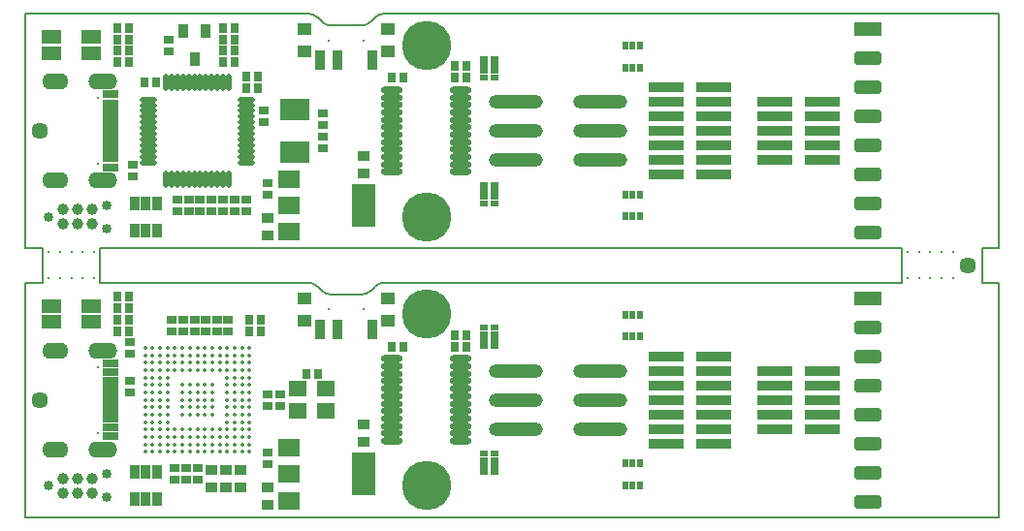
<source format=gts>
G04*
G04 #@! TF.GenerationSoftware,Altium Limited,Altium Designer,20.0.7 (75)*
G04*
G04 Layer_Color=8388736*
%FSLAX44Y44*%
%MOMM*%
G71*
G01*
G75*
%ADD14C,0.2032*%
%ADD47R,1.4532X0.8032*%
%ADD48R,1.4532X0.5032*%
%ADD49O,1.4732X0.4832*%
%ADD50O,0.4832X1.4732*%
%ADD51R,0.7112X0.8128*%
%ADD52R,0.8128X0.7112*%
%ADD53R,0.7032X0.5232*%
%ADD54R,0.7032X0.6032*%
%ADD55R,2.6032X1.9032*%
%ADD56R,0.9032X1.2032*%
%ADD57R,1.0922X0.8382*%
%ADD58O,4.7032X1.2032*%
%ADD59R,3.1016X0.9016*%
G04:AMPARAMS|DCode=60|XSize=2.4016mm|YSize=1.2016mm|CornerRadius=0.3258mm|HoleSize=0mm|Usage=FLASHONLY|Rotation=0.000|XOffset=0mm|YOffset=0mm|HoleType=Round|Shape=RoundedRectangle|*
%AMROUNDEDRECTD60*
21,1,2.4016,0.5500,0,0,0.0*
21,1,1.7500,1.2016,0,0,0.0*
1,1,0.6516,0.8750,-0.2750*
1,1,0.6516,-0.8750,-0.2750*
1,1,0.6516,-0.8750,0.2750*
1,1,0.6516,0.8750,0.2750*
%
%ADD60ROUNDEDRECTD60*%
%ADD61R,2.4016X1.2016*%
%ADD62C,1.0032*%
%ADD63R,0.6032X0.8032*%
%ADD64R,1.9032X1.6032*%
%ADD65R,2.0032X3.7032*%
%ADD66O,1.9032X0.6032*%
%ADD67R,1.2032X1.0032*%
%ADD68R,0.9032X1.7032*%
%ADD69R,1.7032X1.2032*%
%ADD70R,1.6032X1.4032*%
%ADD71C,0.3500*%
%ADD72C,1.4480*%
%ADD73C,0.2032*%
%ADD74O,2.3032X1.4032*%
%ADD75O,2.5032X1.4032*%
%ADD76C,0.8500*%
%ADD77C,4.3032*%
D14*
X-166535Y-21964D02*
G03*
X-158000Y-25500I8536J8536D01*
G01*
X-169965Y-18535D02*
G03*
X-178500Y-15000I-8536J-8536D01*
G01*
X-169965Y-18536D02*
G03*
X-169965Y-18535I0J0D01*
G01*
X-169964Y-18536D02*
G03*
X-169964Y-18536I0J0D01*
G01*
X-166535Y-21965D02*
G03*
X-166536Y-21964I0J0D01*
G01*
X-111500Y-15000D02*
G03*
X-120035Y-18535I0J-12071D01*
G01*
X-132000Y-25500D02*
G03*
X-123464Y-21964I0J12071D01*
G01*
X-132000Y209500D02*
G03*
X-123464Y213036I0J12071D01*
G01*
X-111500Y220000D02*
G03*
X-120035Y216465I0J-12071D01*
G01*
X-166535Y213035D02*
G03*
X-166536Y213036I0J0D01*
G01*
X-169964Y216464D02*
G03*
X-169964Y216464I0J0D01*
G01*
X-169965Y216464D02*
G03*
X-169965Y216465I0J0D01*
G01*
X-169965D02*
G03*
X-178500Y220000I-8536J-8536D01*
G01*
X-166535Y213036D02*
G03*
X-158000Y209500I8536J8536D01*
G01*
X425000Y15000D02*
Y220000D01*
X410000Y15000D02*
X425000D01*
X410000Y-15000D02*
X425000D01*
X410000D02*
Y15000D01*
X-111500Y-15000D02*
X340000D01*
X-425000Y-220000D02*
Y-15000D01*
X-360000D02*
X-178500D01*
X-169964Y-18536D02*
X-166536Y-21964D01*
X-123464D02*
X-120036Y-18536D01*
X-145000Y-25500D02*
X-132000D01*
X-158000D02*
X-145000D01*
X-111500Y220000D02*
X425000Y220000D01*
X-425000Y-15000D02*
X-410000D01*
X-360000Y15000D02*
X340000D01*
X-425000D02*
X-410000D01*
X340000Y-15000D02*
Y15000D01*
X-360000Y-15000D02*
Y15000D01*
X-410000Y-15000D02*
X-410000Y15000D01*
X-158000Y209500D02*
X-145000D01*
X-132000D01*
X-425000Y220000D02*
X-178500D01*
X-123464Y213036D02*
X-120036Y216464D01*
X-169964D02*
X-166536Y213036D01*
X-425000Y15000D02*
Y220000D01*
X425000Y-220000D02*
Y-15000D01*
X-425000Y-220000D02*
X425000D01*
D47*
X-350500Y85500D02*
D03*
Y93500D02*
D03*
Y141500D02*
D03*
Y149500D02*
D03*
Y-85500D02*
D03*
Y-93500D02*
D03*
Y-141500D02*
D03*
Y-149500D02*
D03*
D48*
Y100000D02*
D03*
Y105000D02*
D03*
Y110000D02*
D03*
Y115000D02*
D03*
Y120000D02*
D03*
Y125000D02*
D03*
Y130000D02*
D03*
Y135000D02*
D03*
Y-100000D02*
D03*
Y-105000D02*
D03*
Y-110000D02*
D03*
Y-115000D02*
D03*
Y-120000D02*
D03*
Y-125000D02*
D03*
Y-130000D02*
D03*
Y-135000D02*
D03*
D49*
X-232500Y95000D02*
D03*
Y100000D02*
D03*
Y105000D02*
D03*
Y110000D02*
D03*
Y115000D02*
D03*
Y120000D02*
D03*
Y125000D02*
D03*
Y130000D02*
D03*
Y135000D02*
D03*
Y140000D02*
D03*
Y145000D02*
D03*
X-317500Y90000D02*
D03*
Y95000D02*
D03*
Y100000D02*
D03*
Y105000D02*
D03*
Y110000D02*
D03*
Y115000D02*
D03*
Y120000D02*
D03*
Y125000D02*
D03*
Y130000D02*
D03*
Y135000D02*
D03*
Y140000D02*
D03*
Y145000D02*
D03*
X-232500Y90000D02*
D03*
D50*
X-247500Y75000D02*
D03*
Y160000D02*
D03*
X-252500Y75000D02*
D03*
X-257500D02*
D03*
X-262500D02*
D03*
X-267500D02*
D03*
X-272500D02*
D03*
X-277500D02*
D03*
X-282500D02*
D03*
X-287500D02*
D03*
X-292500D02*
D03*
X-297500D02*
D03*
X-302500D02*
D03*
X-252500Y160000D02*
D03*
X-257500D02*
D03*
X-262500D02*
D03*
X-267500D02*
D03*
X-272500D02*
D03*
X-277500D02*
D03*
X-282500D02*
D03*
X-287500D02*
D03*
X-292500D02*
D03*
X-297500D02*
D03*
X-302500D02*
D03*
D51*
X-345080Y207500D02*
D03*
X-334920D02*
D03*
X-345080Y197500D02*
D03*
X-334920D02*
D03*
X-252580Y177500D02*
D03*
X-242420D02*
D03*
X-345080D02*
D03*
X-334920D02*
D03*
X-345080Y187500D02*
D03*
X-334920D02*
D03*
X-252579Y197500D02*
D03*
X-242419D02*
D03*
Y187500D02*
D03*
X-252579D02*
D03*
X-242419Y207500D02*
D03*
X-252579D02*
D03*
X-50080Y174000D02*
D03*
X-39920D02*
D03*
X-232580Y155000D02*
D03*
X-222420D02*
D03*
Y165000D02*
D03*
X-232580D02*
D03*
X-311296Y160172D02*
D03*
X-321456D02*
D03*
X-50080Y164000D02*
D03*
X-39920D02*
D03*
X-105080D02*
D03*
X-94920D02*
D03*
X-345080Y-47500D02*
D03*
X-334920D02*
D03*
X-345080Y-57500D02*
D03*
X-334920D02*
D03*
X-345080Y-37500D02*
D03*
X-334920D02*
D03*
X-345080Y-27500D02*
D03*
X-334920D02*
D03*
X-39920Y-61000D02*
D03*
X-50080D02*
D03*
X-39920Y-71000D02*
D03*
X-50080D02*
D03*
X-94920D02*
D03*
X-105080D02*
D03*
X-230080Y-47500D02*
D03*
X-219920D02*
D03*
Y-57500D02*
D03*
X-230080D02*
D03*
X-180080Y-95000D02*
D03*
X-169920D02*
D03*
D52*
X-232500Y57580D02*
D03*
Y47420D02*
D03*
X-242500Y57580D02*
D03*
Y47420D02*
D03*
X-262500Y57580D02*
D03*
Y47420D02*
D03*
X-300000Y197580D02*
D03*
Y187420D02*
D03*
X-282500Y47420D02*
D03*
Y57580D02*
D03*
X-213760Y61620D02*
D03*
Y71780D02*
D03*
X-165000Y122420D02*
D03*
Y132580D02*
D03*
Y112580D02*
D03*
Y102420D02*
D03*
X-272500Y57580D02*
D03*
Y47420D02*
D03*
X-292500D02*
D03*
Y57580D02*
D03*
X-217316Y135280D02*
D03*
Y125120D02*
D03*
X-252500Y57580D02*
D03*
Y47420D02*
D03*
X-331108Y77876D02*
D03*
Y88036D02*
D03*
X-213760Y-173380D02*
D03*
Y-163220D02*
D03*
X-295000Y-177420D02*
D03*
Y-187580D02*
D03*
X-248050Y-47650D02*
D03*
Y-57810D02*
D03*
X-202500Y-112420D02*
D03*
Y-122580D02*
D03*
X-213760Y-112420D02*
D03*
Y-122580D02*
D03*
X-333920Y-100670D02*
D03*
Y-110830D02*
D03*
X-257500Y-47420D02*
D03*
Y-57580D02*
D03*
X-285000Y-187580D02*
D03*
Y-177420D02*
D03*
X-267500Y-47420D02*
D03*
Y-57580D02*
D03*
X-277500Y-47420D02*
D03*
Y-57580D02*
D03*
X-287500Y-47420D02*
D03*
Y-57580D02*
D03*
X-297500Y-47420D02*
D03*
Y-57580D02*
D03*
X-333920Y-76830D02*
D03*
Y-66670D02*
D03*
X-275000Y-187580D02*
D03*
Y-177420D02*
D03*
D53*
X-15500Y60000D02*
D03*
Y65000D02*
D03*
X-24500D02*
D03*
Y60000D02*
D03*
X-15500Y170000D02*
D03*
Y175000D02*
D03*
X-24500D02*
D03*
Y170000D02*
D03*
X-15500Y-65000D02*
D03*
Y-60000D02*
D03*
X-24500D02*
D03*
Y-65000D02*
D03*
X-15500Y-175000D02*
D03*
Y-170000D02*
D03*
X-24500D02*
D03*
Y-175000D02*
D03*
D54*
Y70498D02*
D03*
X-15500D02*
D03*
X-24500Y54500D02*
D03*
X-15500D02*
D03*
X-24500Y180499D02*
D03*
X-15500D02*
D03*
X-24500Y164500D02*
D03*
X-15500D02*
D03*
X-24500Y-54502D02*
D03*
X-15500D02*
D03*
X-24500Y-70500D02*
D03*
X-15500D02*
D03*
X-24500Y-164501D02*
D03*
X-15500D02*
D03*
X-24500Y-180500D02*
D03*
X-15500D02*
D03*
D55*
X-190000Y99000D02*
D03*
Y136000D02*
D03*
D56*
X-277500Y180500D02*
D03*
X-268000Y204500D02*
D03*
X-287000D02*
D03*
X-320000Y54500D02*
D03*
X-329500Y30500D02*
D03*
X-320000D02*
D03*
X-310500D02*
D03*
Y54500D02*
D03*
X-329500D02*
D03*
Y-180500D02*
D03*
X-310500D02*
D03*
Y-204500D02*
D03*
X-320000D02*
D03*
X-329500D02*
D03*
X-320000Y-180500D02*
D03*
D57*
X-129940Y95910D02*
D03*
Y80670D02*
D03*
X-213760Y41300D02*
D03*
Y26060D02*
D03*
Y-193700D02*
D03*
Y-208940D02*
D03*
X-129940Y-139090D02*
D03*
Y-154330D02*
D03*
X-237500Y-178380D02*
D03*
Y-193620D02*
D03*
X-250000Y-178380D02*
D03*
Y-193620D02*
D03*
X-262500Y-178380D02*
D03*
Y-193620D02*
D03*
D58*
X3170Y92100D02*
D03*
Y117500D02*
D03*
Y142900D02*
D03*
X76830D02*
D03*
Y117500D02*
D03*
Y92100D02*
D03*
Y-142900D02*
D03*
Y-117500D02*
D03*
Y-92100D02*
D03*
X3170D02*
D03*
Y-117500D02*
D03*
Y-142900D02*
D03*
D59*
X229000Y142900D02*
D03*
X271000D02*
D03*
X229000Y130200D02*
D03*
X271000D02*
D03*
X229000Y117500D02*
D03*
X271000D02*
D03*
X229000Y104800D02*
D03*
X271000D02*
D03*
X229000Y92100D02*
D03*
X271000D02*
D03*
X176000Y79400D02*
D03*
X134000D02*
D03*
X176000Y92100D02*
D03*
X134000D02*
D03*
X176000Y104800D02*
D03*
X134000D02*
D03*
X176000Y117500D02*
D03*
X134000D02*
D03*
X176000Y130200D02*
D03*
X134000D02*
D03*
Y155600D02*
D03*
X176000D02*
D03*
X134000Y142900D02*
D03*
X176000D02*
D03*
X271000Y-142900D02*
D03*
X229000D02*
D03*
X271000Y-130200D02*
D03*
X229000D02*
D03*
X271000Y-117500D02*
D03*
X229000D02*
D03*
X271000Y-104800D02*
D03*
X229000D02*
D03*
X271000Y-92100D02*
D03*
X229000D02*
D03*
X176000D02*
D03*
X134000D02*
D03*
X176000Y-79400D02*
D03*
X134000D02*
D03*
Y-104800D02*
D03*
X176000D02*
D03*
X134000Y-117500D02*
D03*
X176000D02*
D03*
X134000Y-130200D02*
D03*
X176000D02*
D03*
X134000Y-142900D02*
D03*
X176000D02*
D03*
X134000Y-155600D02*
D03*
X176000D02*
D03*
D60*
X310700Y28600D02*
D03*
Y54000D02*
D03*
Y79400D02*
D03*
Y104800D02*
D03*
Y130200D02*
D03*
Y155600D02*
D03*
Y181000D02*
D03*
Y-54000D02*
D03*
Y-79400D02*
D03*
Y-104800D02*
D03*
Y-130200D02*
D03*
Y-155600D02*
D03*
Y-181000D02*
D03*
Y-206400D02*
D03*
D61*
Y206400D02*
D03*
Y-28600D02*
D03*
D62*
X-380000Y48850D02*
D03*
X-367300Y36150D02*
D03*
X-380000D02*
D03*
X-392700Y48850D02*
D03*
Y36150D02*
D03*
X-367300Y48850D02*
D03*
Y-186150D02*
D03*
X-392700Y-198850D02*
D03*
Y-186150D02*
D03*
X-380000Y-198850D02*
D03*
X-367300D02*
D03*
X-380000Y-186150D02*
D03*
D63*
X111500Y173000D02*
D03*
X98500D02*
D03*
X104999Y192000D02*
D03*
X111500D02*
D03*
X98500D02*
D03*
X105001Y173000D02*
D03*
X111500Y43000D02*
D03*
X98500D02*
D03*
X104999Y62000D02*
D03*
X111500D02*
D03*
X98500D02*
D03*
X105001Y43000D02*
D03*
Y-192000D02*
D03*
X98500Y-173000D02*
D03*
X111500D02*
D03*
X104999D02*
D03*
X98500Y-192000D02*
D03*
X111500D02*
D03*
X105001Y-62000D02*
D03*
X98500Y-43000D02*
D03*
X111500D02*
D03*
X104999D02*
D03*
X98500Y-62000D02*
D03*
X111500D02*
D03*
D64*
X-195000Y75500D02*
D03*
Y52500D02*
D03*
Y29500D02*
D03*
Y-205500D02*
D03*
Y-182500D02*
D03*
Y-159500D02*
D03*
D65*
X-130000Y52500D02*
D03*
Y-182500D02*
D03*
D66*
X-45000Y81750D02*
D03*
Y88250D02*
D03*
X-105000Y81750D02*
D03*
Y88250D02*
D03*
X-45000Y107750D02*
D03*
Y114250D02*
D03*
Y120750D02*
D03*
Y127250D02*
D03*
Y133750D02*
D03*
Y140250D02*
D03*
Y146750D02*
D03*
Y153250D02*
D03*
X-105000Y107750D02*
D03*
Y114250D02*
D03*
Y120750D02*
D03*
Y127250D02*
D03*
Y133750D02*
D03*
Y140250D02*
D03*
Y146750D02*
D03*
Y153250D02*
D03*
Y101250D02*
D03*
X-45000D02*
D03*
Y94750D02*
D03*
X-105000D02*
D03*
Y-140250D02*
D03*
X-45000D02*
D03*
Y-133750D02*
D03*
X-105000D02*
D03*
Y-81750D02*
D03*
Y-88250D02*
D03*
Y-94750D02*
D03*
Y-101250D02*
D03*
Y-107750D02*
D03*
Y-114250D02*
D03*
Y-120750D02*
D03*
Y-127250D02*
D03*
X-45000Y-81750D02*
D03*
Y-88250D02*
D03*
Y-94750D02*
D03*
Y-101250D02*
D03*
Y-107750D02*
D03*
Y-114250D02*
D03*
Y-120750D02*
D03*
Y-127250D02*
D03*
X-105000Y-146750D02*
D03*
Y-153250D02*
D03*
X-45000Y-146750D02*
D03*
Y-153250D02*
D03*
D67*
X-181500Y206150D02*
D03*
X-108500D02*
D03*
Y186850D02*
D03*
X-181500D02*
D03*
Y-48150D02*
D03*
X-108500D02*
D03*
Y-28850D02*
D03*
X-181500D02*
D03*
D68*
X-122500Y179000D02*
D03*
X-152500D02*
D03*
X-167500D02*
D03*
Y-56000D02*
D03*
X-152500D02*
D03*
X-122500D02*
D03*
D69*
X-367500Y199500D02*
D03*
Y185500D02*
D03*
X-402500D02*
D03*
Y199500D02*
D03*
Y-35500D02*
D03*
Y-49500D02*
D03*
X-367500D02*
D03*
Y-35500D02*
D03*
D70*
X-187000Y-108000D02*
D03*
Y-127000D02*
D03*
X-163000Y-108000D02*
D03*
Y-127000D02*
D03*
D71*
X-229500Y-72000D02*
D03*
Y-78500D02*
D03*
Y-85000D02*
D03*
Y-91500D02*
D03*
Y-98000D02*
D03*
Y-104500D02*
D03*
Y-111000D02*
D03*
Y-117500D02*
D03*
Y-124000D02*
D03*
Y-130500D02*
D03*
Y-137000D02*
D03*
Y-143500D02*
D03*
Y-150000D02*
D03*
Y-156500D02*
D03*
Y-163000D02*
D03*
X-236000Y-72000D02*
D03*
Y-78500D02*
D03*
Y-85000D02*
D03*
Y-91500D02*
D03*
Y-98000D02*
D03*
Y-104500D02*
D03*
Y-111000D02*
D03*
Y-117500D02*
D03*
Y-124000D02*
D03*
Y-130500D02*
D03*
Y-137000D02*
D03*
Y-143500D02*
D03*
Y-150000D02*
D03*
Y-156500D02*
D03*
Y-163000D02*
D03*
X-242500Y-72000D02*
D03*
Y-78500D02*
D03*
Y-85000D02*
D03*
Y-91500D02*
D03*
Y-98000D02*
D03*
Y-104500D02*
D03*
Y-111000D02*
D03*
Y-117500D02*
D03*
Y-124000D02*
D03*
Y-130500D02*
D03*
Y-137000D02*
D03*
Y-143500D02*
D03*
Y-150000D02*
D03*
Y-156500D02*
D03*
Y-163000D02*
D03*
X-249000Y-72000D02*
D03*
Y-78500D02*
D03*
Y-85000D02*
D03*
Y-91500D02*
D03*
Y-98000D02*
D03*
Y-104500D02*
D03*
Y-111000D02*
D03*
Y-117500D02*
D03*
Y-124000D02*
D03*
Y-130500D02*
D03*
Y-137000D02*
D03*
Y-143500D02*
D03*
Y-150000D02*
D03*
Y-156500D02*
D03*
Y-163000D02*
D03*
X-255500Y-72000D02*
D03*
Y-78500D02*
D03*
Y-85000D02*
D03*
Y-91500D02*
D03*
Y-143500D02*
D03*
Y-150000D02*
D03*
Y-156500D02*
D03*
Y-163000D02*
D03*
X-262000Y-72000D02*
D03*
Y-78500D02*
D03*
Y-85000D02*
D03*
Y-91500D02*
D03*
Y-104500D02*
D03*
Y-111000D02*
D03*
Y-117500D02*
D03*
Y-124000D02*
D03*
Y-130500D02*
D03*
Y-143500D02*
D03*
Y-150000D02*
D03*
Y-156500D02*
D03*
Y-163000D02*
D03*
X-268500Y-72000D02*
D03*
Y-78500D02*
D03*
Y-85000D02*
D03*
Y-91500D02*
D03*
Y-104500D02*
D03*
Y-111000D02*
D03*
Y-117500D02*
D03*
Y-124000D02*
D03*
Y-130500D02*
D03*
Y-143500D02*
D03*
Y-150000D02*
D03*
Y-156500D02*
D03*
Y-163000D02*
D03*
X-275000Y-72000D02*
D03*
Y-78500D02*
D03*
Y-85000D02*
D03*
Y-91500D02*
D03*
Y-104500D02*
D03*
Y-111000D02*
D03*
Y-117500D02*
D03*
Y-124000D02*
D03*
Y-130500D02*
D03*
Y-143500D02*
D03*
Y-150000D02*
D03*
Y-156500D02*
D03*
Y-163000D02*
D03*
X-281500Y-72000D02*
D03*
Y-78500D02*
D03*
Y-85000D02*
D03*
Y-91500D02*
D03*
Y-104500D02*
D03*
Y-111000D02*
D03*
Y-117500D02*
D03*
Y-124000D02*
D03*
Y-130500D02*
D03*
Y-143500D02*
D03*
Y-150000D02*
D03*
Y-156500D02*
D03*
Y-163000D02*
D03*
X-288000Y-72000D02*
D03*
Y-78500D02*
D03*
Y-85000D02*
D03*
Y-91500D02*
D03*
Y-104500D02*
D03*
Y-111000D02*
D03*
Y-117500D02*
D03*
Y-124000D02*
D03*
Y-130500D02*
D03*
Y-143500D02*
D03*
Y-150000D02*
D03*
Y-156500D02*
D03*
Y-163000D02*
D03*
X-294500Y-72000D02*
D03*
Y-78500D02*
D03*
Y-85000D02*
D03*
Y-91500D02*
D03*
Y-143500D02*
D03*
Y-150000D02*
D03*
Y-156500D02*
D03*
Y-163000D02*
D03*
X-301000Y-72000D02*
D03*
Y-78500D02*
D03*
Y-85000D02*
D03*
Y-91500D02*
D03*
Y-98000D02*
D03*
Y-104500D02*
D03*
Y-111000D02*
D03*
Y-117500D02*
D03*
Y-124000D02*
D03*
Y-130500D02*
D03*
Y-137000D02*
D03*
Y-143500D02*
D03*
Y-150000D02*
D03*
Y-156500D02*
D03*
Y-163000D02*
D03*
X-307500Y-72000D02*
D03*
Y-78500D02*
D03*
Y-85000D02*
D03*
Y-91500D02*
D03*
Y-98000D02*
D03*
Y-104500D02*
D03*
Y-111000D02*
D03*
Y-117500D02*
D03*
Y-124000D02*
D03*
Y-130500D02*
D03*
Y-137000D02*
D03*
Y-143500D02*
D03*
Y-150000D02*
D03*
Y-156500D02*
D03*
Y-163000D02*
D03*
X-314000Y-72000D02*
D03*
Y-78500D02*
D03*
Y-85000D02*
D03*
Y-91500D02*
D03*
Y-98000D02*
D03*
Y-104500D02*
D03*
Y-111000D02*
D03*
Y-117500D02*
D03*
Y-124000D02*
D03*
Y-130500D02*
D03*
Y-137000D02*
D03*
Y-143500D02*
D03*
Y-150000D02*
D03*
Y-156500D02*
D03*
Y-163000D02*
D03*
X-320500Y-72000D02*
D03*
Y-78500D02*
D03*
Y-85000D02*
D03*
Y-91500D02*
D03*
Y-98000D02*
D03*
Y-104500D02*
D03*
Y-111000D02*
D03*
Y-117500D02*
D03*
Y-124000D02*
D03*
Y-130500D02*
D03*
Y-137000D02*
D03*
Y-143500D02*
D03*
Y-150000D02*
D03*
Y-156500D02*
D03*
Y-163000D02*
D03*
D72*
X-412500Y117500D02*
D03*
Y-117500D02*
D03*
X397500Y0D02*
D03*
D73*
X385000Y-11500D02*
D03*
X375000D02*
D03*
X365000D02*
D03*
X355000D02*
D03*
X345000D02*
D03*
X385000Y11500D02*
D03*
X375000D02*
D03*
X365000D02*
D03*
X355000D02*
D03*
X345000D02*
D03*
X-365000D02*
D03*
X-375000D02*
D03*
X-385000D02*
D03*
X-395000D02*
D03*
X-405000D02*
D03*
X-365000Y-11500D02*
D03*
X-375000D02*
D03*
X-385000D02*
D03*
X-395000D02*
D03*
X-405000D02*
D03*
X-362200Y146400D02*
D03*
Y88600D02*
D03*
X-160000Y196500D02*
D03*
X-130000D02*
D03*
X-362200Y-146400D02*
D03*
Y-88600D02*
D03*
X-130000Y-38500D02*
D03*
X-160000D02*
D03*
D74*
X-399000Y74300D02*
D03*
Y160700D02*
D03*
Y-74300D02*
D03*
Y-160700D02*
D03*
D75*
X-357200Y74300D02*
D03*
Y160700D02*
D03*
Y-74300D02*
D03*
Y-160700D02*
D03*
D76*
X-405400Y42500D02*
D03*
X-354600Y52660D02*
D03*
Y32340D02*
D03*
Y-202660D02*
D03*
Y-182340D02*
D03*
X-405400Y-192500D02*
D03*
D77*
X-75000Y192500D02*
D03*
Y42500D02*
D03*
Y-42500D02*
D03*
Y-192500D02*
D03*
M02*

</source>
